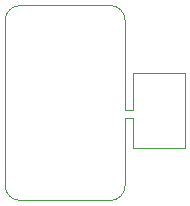
<source format=gbr>
G04 #@! TF.GenerationSoftware,KiCad,Pcbnew,(2017-09-19 revision dddaa7e69)-makepkg*
G04 #@! TF.CreationDate,2017-10-06T17:35:26-07:00*
G04 #@! TF.ProjectId,progAdapt,70726F6741646170742E6B696361645F,rev?*
G04 #@! TF.SameCoordinates,Original*
G04 #@! TF.FileFunction,Profile,NP*
%FSLAX46Y46*%
G04 Gerber Fmt 4.6, Leading zero omitted, Abs format (unit mm)*
G04 Created by KiCad (PCBNEW (2017-09-19 revision dddaa7e69)-makepkg) date 10/06/17 17:35:26*
%MOMM*%
%LPD*%
G01*
G04 APERTURE LIST*
%ADD10C,0.100000*%
G04 APERTURE END LIST*
D10*
X121920000Y-159385000D02*
G75*
G02X123190000Y-158115000I1270000J0D01*
G01*
X130810000Y-158115000D02*
G75*
G02X132080000Y-159385000I0J-1270000D01*
G01*
X132080000Y-173355000D02*
G75*
G02X130810000Y-174625000I-1270000J0D01*
G01*
X123190000Y-174625000D02*
G75*
G02X121920000Y-173355000I0J1270000D01*
G01*
X132080000Y-167640000D02*
X132080000Y-173355000D01*
X132715000Y-167640000D02*
X132080000Y-167640000D01*
X132715000Y-170180000D02*
X132715000Y-167640000D01*
X137160000Y-170180000D02*
X132715000Y-170180000D01*
X137160000Y-163830000D02*
X137160000Y-170180000D01*
X132715000Y-163830000D02*
X137160000Y-163830000D01*
X132715000Y-167005000D02*
X132715000Y-163830000D01*
X132080000Y-167005000D02*
X132715000Y-167005000D01*
X132080000Y-159385000D02*
X132080000Y-167005000D01*
X130810000Y-158115000D02*
X123190000Y-158115000D01*
X123190000Y-174625000D02*
X130810000Y-174625000D01*
X121920000Y-159385000D02*
X121920000Y-173355000D01*
M02*

</source>
